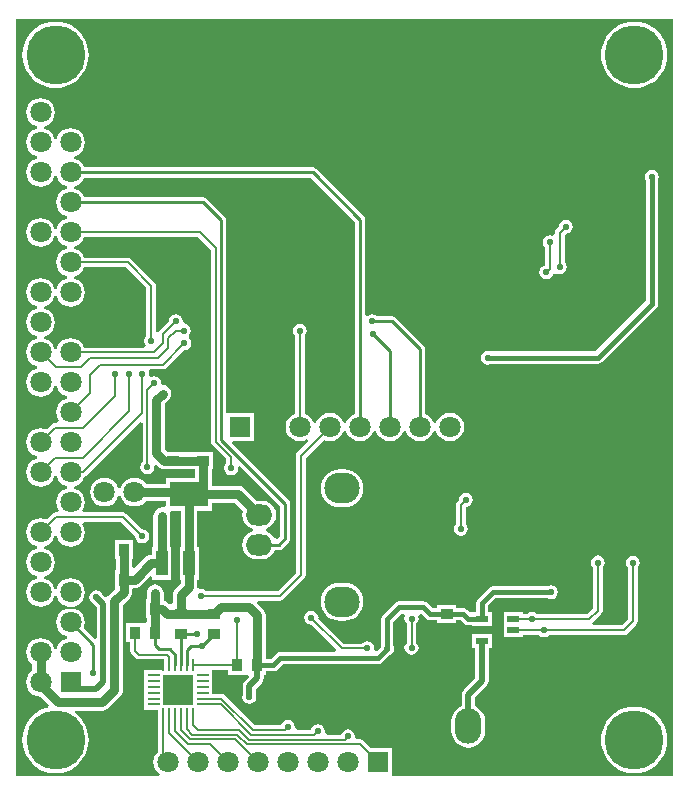
<source format=gbl>
G04*
G04 #@! TF.GenerationSoftware,Altium Limited,CircuitStudio,1.5.2 (30)*
G04*
G04 Layer_Physical_Order=2*
G04 Layer_Color=12500520*
%FSLAX25Y25*%
%MOIN*%
G70*
G01*
G75*
%ADD10R,0.03543X0.03937*%
%ADD17R,0.03937X0.03543*%
%ADD19C,0.00787*%
%ADD20C,0.01000*%
%ADD21C,0.00800*%
%ADD22C,0.00787*%
%ADD23C,0.03150*%
%ADD24C,0.01600*%
%ADD25C,0.02000*%
%ADD27C,0.07087*%
%ADD28R,0.07087X0.07087*%
%ADD29O,0.08858X0.07087*%
%ADD30O,0.11811X0.10236*%
%ADD31C,0.19685*%
%ADD32O,0.08858X0.11811*%
%ADD33R,0.07087X0.07087*%
%ADD34C,0.02200*%
%ADD35R,0.09843X0.09843*%
%ADD36R,0.00984X0.04134*%
%ADD37R,0.04134X0.00984*%
%ADD38R,0.04134X0.02362*%
%ADD39R,0.12795X0.08465*%
%ADD40R,0.03937X0.08465*%
G36*
X358503Y139529D02*
X264743D01*
Y148995D01*
X257564D01*
X255287Y151272D01*
X254758Y151625D01*
X254134Y151750D01*
X252968D01*
X252312Y152550D01*
X252345Y152717D01*
X252167Y153614D01*
X251658Y154375D01*
X250897Y154883D01*
X250000Y155062D01*
X249103Y154883D01*
X248342Y154375D01*
X247833Y153614D01*
X247778Y153337D01*
X242938D01*
X242291Y154137D01*
X242345Y154409D01*
X242167Y155307D01*
X241658Y156068D01*
X240897Y156576D01*
X240000Y156755D01*
X239103Y156576D01*
X238342Y156068D01*
X237833Y155307D01*
X237757Y154923D01*
X232946D01*
X232293Y155724D01*
X232345Y155984D01*
X232167Y156882D01*
X231658Y157642D01*
X230897Y158151D01*
X230000Y158329D01*
X229103Y158151D01*
X228342Y157642D01*
X227833Y156882D01*
X227760Y156510D01*
X219026D01*
X209021Y166516D01*
X208491Y166869D01*
X207867Y166994D01*
X204846D01*
Y167054D01*
Y167607D01*
Y169576D01*
Y171544D01*
Y174853D01*
X210091D01*
Y173316D01*
X216035D01*
Y173316D01*
X216784D01*
X216942Y172516D01*
X215579Y171153D01*
X215093Y170425D01*
X214922Y169567D01*
Y166457D01*
X214820Y165945D01*
X214999Y165048D01*
X215507Y164287D01*
X216268Y163778D01*
X217165Y163600D01*
X218063Y163778D01*
X218824Y164287D01*
X219332Y165048D01*
X219510Y165945D01*
X219408Y166457D01*
Y168638D01*
X221342Y170571D01*
X221828Y171299D01*
X221999Y172158D01*
Y173316D01*
X222728D01*
Y174445D01*
X225106D01*
X225887Y174600D01*
X226548Y175042D01*
X228325Y176819D01*
X260000D01*
X260780Y176974D01*
X261442Y177416D01*
X263822Y179797D01*
X264047Y179841D01*
X264808Y180350D01*
X265316Y181110D01*
X265495Y182008D01*
X265316Y182905D01*
X265189Y183096D01*
Y190888D01*
X267901Y193599D01*
X268559Y193535D01*
X269031Y192827D01*
X268875Y192047D01*
X269054Y191150D01*
X269562Y190389D01*
X269596Y190367D01*
Y184043D01*
X269562Y184020D01*
X269054Y183260D01*
X268875Y182362D01*
X269054Y181465D01*
X269562Y180704D01*
X270323Y180196D01*
X271220Y180017D01*
X272118Y180196D01*
X272879Y180704D01*
X273387Y181465D01*
X273566Y182362D01*
X273387Y183260D01*
X272879Y184020D01*
X272845Y184043D01*
Y190367D01*
X272879Y190389D01*
X273387Y191150D01*
X273566Y192047D01*
X273431Y192725D01*
X273910Y193434D01*
X273942Y193465D01*
X274533Y193528D01*
X275968Y192094D01*
X275968Y192094D01*
X276364Y191829D01*
X276629Y191651D01*
X277410Y191496D01*
X279832D01*
Y190564D01*
X286169D01*
Y191496D01*
X287588D01*
X288597Y190487D01*
X289259Y190045D01*
X290039Y189890D01*
X291516D01*
Y189548D01*
X298050D01*
Y194310D01*
X296823D01*
Y196419D01*
X299191Y198788D01*
X316589D01*
X316780Y198660D01*
X317677Y198482D01*
X318575Y198660D01*
X319335Y199169D01*
X319844Y199929D01*
X320022Y200827D01*
X319844Y201724D01*
X319335Y202485D01*
X318575Y202993D01*
X317677Y203172D01*
X316780Y202993D01*
X316589Y202866D01*
X298346D01*
X297566Y202711D01*
X296904Y202269D01*
X293341Y198706D01*
X292899Y198044D01*
X292744Y197264D01*
Y194310D01*
X291516D01*
Y194310D01*
X290717Y194136D01*
X289875Y194977D01*
X289213Y195419D01*
X288433Y195575D01*
X286169D01*
Y196507D01*
X279832D01*
Y195575D01*
X278254D01*
X276599Y197229D01*
X275938Y197671D01*
X275157Y197827D01*
X267205D01*
X266424Y197671D01*
X265763Y197229D01*
X261708Y193174D01*
X261266Y192513D01*
X261110Y191732D01*
Y183096D01*
X260983Y182905D01*
X260938Y182680D01*
X259589Y181331D01*
X258796Y181564D01*
X258724Y181697D01*
X258802Y182087D01*
X258623Y182984D01*
X258115Y183745D01*
X257354Y184253D01*
X256457Y184432D01*
X255559Y184253D01*
X254799Y183745D01*
X254776Y183712D01*
X248783D01*
X240211Y192284D01*
X240219Y192323D01*
X240041Y193220D01*
X239532Y193981D01*
X238771Y194489D01*
X237874Y194668D01*
X236977Y194489D01*
X236216Y193981D01*
X235707Y193220D01*
X235529Y192323D01*
X235707Y191425D01*
X236216Y190665D01*
X236977Y190156D01*
X237874Y189978D01*
X237913Y189986D01*
X246201Y181697D01*
X245870Y180897D01*
X227480D01*
X226700Y180742D01*
X226038Y180300D01*
X224262Y178523D01*
X222728D01*
Y179653D01*
X222555D01*
Y193236D01*
X222555Y193236D01*
X222470Y193876D01*
X222459Y193961D01*
X222377Y194158D01*
X222180Y194636D01*
X221735Y195215D01*
X219736Y197214D01*
X220067Y198014D01*
X227402D01*
X228026Y198138D01*
X228555Y198492D01*
X235524Y205461D01*
X235877Y205990D01*
X236001Y206614D01*
Y245585D01*
X242016Y251599D01*
X242777Y251284D01*
X244015Y251121D01*
X245253Y251284D01*
X246407Y251762D01*
X247398Y252522D01*
X248158Y253513D01*
X248599Y254576D01*
X248903Y254667D01*
X249127D01*
X249431Y254576D01*
X249872Y253513D01*
X250632Y252522D01*
X251623Y251762D01*
X252777Y251284D01*
X254015Y251121D01*
X255253Y251284D01*
X256407Y251762D01*
X257398Y252522D01*
X258158Y253513D01*
X258599Y254576D01*
X258903Y254667D01*
X259127D01*
X259431Y254576D01*
X259872Y253513D01*
X260632Y252522D01*
X261623Y251762D01*
X262777Y251284D01*
X264015Y251121D01*
X265253Y251284D01*
X266407Y251762D01*
X267398Y252522D01*
X268158Y253513D01*
X268599Y254576D01*
X268903Y254667D01*
X269127D01*
X269431Y254576D01*
X269872Y253513D01*
X270632Y252522D01*
X271623Y251762D01*
X272777Y251284D01*
X274015Y251121D01*
X275253Y251284D01*
X276407Y251762D01*
X277398Y252522D01*
X278158Y253513D01*
X278599Y254576D01*
X278903Y254667D01*
X279127D01*
X279431Y254576D01*
X279872Y253513D01*
X280632Y252522D01*
X281623Y251762D01*
X282777Y251284D01*
X284015Y251121D01*
X285253Y251284D01*
X286407Y251762D01*
X287398Y252522D01*
X288158Y253513D01*
X288636Y254667D01*
X288799Y255905D01*
X288636Y257143D01*
X288158Y258297D01*
X287398Y259288D01*
X286407Y260048D01*
X285253Y260526D01*
X284015Y260689D01*
X282777Y260526D01*
X281623Y260048D01*
X280632Y259288D01*
X279872Y258297D01*
X279431Y257234D01*
X279127Y257143D01*
X278903D01*
X278599Y257234D01*
X278158Y258297D01*
X277398Y259288D01*
X276407Y260048D01*
X275748Y260321D01*
Y281812D01*
X275616Y282475D01*
X275240Y283037D01*
X265950Y292328D01*
X265388Y292704D01*
X264724Y292836D01*
X259695D01*
X259047Y293269D01*
X258150Y293447D01*
X257252Y293269D01*
X256548Y292798D01*
X256256Y292864D01*
X255748Y293088D01*
Y325001D01*
X255748Y325001D01*
X255616Y325664D01*
X255241Y326226D01*
X239493Y341974D01*
X238931Y342349D01*
X238268Y342481D01*
X161975D01*
X161702Y343140D01*
X160942Y344131D01*
X159951Y344891D01*
X158888Y345332D01*
X158797Y345636D01*
Y345860D01*
X158888Y346164D01*
X159951Y346605D01*
X160942Y347365D01*
X161702Y348356D01*
X162180Y349510D01*
X162343Y350748D01*
X162180Y351986D01*
X161702Y353140D01*
X160942Y354131D01*
X159951Y354891D01*
X158797Y355369D01*
X157559Y355532D01*
X156321Y355369D01*
X155167Y354891D01*
X154176Y354131D01*
X153416Y353140D01*
X152975Y352077D01*
X152671Y351986D01*
X152447D01*
X152143Y352077D01*
X151702Y353140D01*
X150942Y354131D01*
X149951Y354891D01*
X148888Y355332D01*
X148797Y355636D01*
Y355860D01*
X148888Y356164D01*
X149951Y356605D01*
X150942Y357365D01*
X151702Y358356D01*
X152180Y359510D01*
X152343Y360748D01*
X152180Y361986D01*
X151702Y363140D01*
X150942Y364131D01*
X149951Y364891D01*
X148797Y365369D01*
X147559Y365532D01*
X146321Y365369D01*
X145167Y364891D01*
X144176Y364131D01*
X143416Y363140D01*
X142938Y361986D01*
X142775Y360748D01*
X142938Y359510D01*
X143416Y358356D01*
X144176Y357365D01*
X145167Y356605D01*
X146230Y356164D01*
X146321Y355860D01*
Y355636D01*
X146230Y355332D01*
X145167Y354891D01*
X144176Y354131D01*
X143416Y353140D01*
X142938Y351986D01*
X142775Y350748D01*
X142938Y349510D01*
X143416Y348356D01*
X144176Y347365D01*
X145167Y346605D01*
X146230Y346164D01*
X146321Y345860D01*
Y345636D01*
X146230Y345332D01*
X145167Y344891D01*
X144176Y344131D01*
X143416Y343140D01*
X142938Y341986D01*
X142775Y340748D01*
X142938Y339510D01*
X143416Y338356D01*
X144176Y337365D01*
X145167Y336605D01*
X146321Y336127D01*
X147559Y335964D01*
X148797Y336127D01*
X149951Y336605D01*
X150942Y337365D01*
X151702Y338356D01*
X152143Y339419D01*
X152447Y339510D01*
X152671D01*
X152975Y339419D01*
X153416Y338356D01*
X154176Y337365D01*
X155167Y336605D01*
X156230Y336164D01*
X156321Y335860D01*
Y335636D01*
X156230Y335332D01*
X155167Y334891D01*
X154176Y334131D01*
X153416Y333140D01*
X152938Y331986D01*
X152775Y330748D01*
X152938Y329510D01*
X153416Y328356D01*
X154176Y327365D01*
X155167Y326605D01*
X156230Y326164D01*
X156321Y325860D01*
Y325636D01*
X156230Y325332D01*
X155167Y324891D01*
X154176Y324131D01*
X153416Y323140D01*
X152975Y322077D01*
X152671Y321986D01*
X152447D01*
X152143Y322077D01*
X151702Y323140D01*
X150942Y324131D01*
X149951Y324891D01*
X148797Y325369D01*
X147559Y325532D01*
X146321Y325369D01*
X145167Y324891D01*
X144176Y324131D01*
X143416Y323140D01*
X142938Y321986D01*
X142775Y320748D01*
X142938Y319510D01*
X143416Y318356D01*
X144176Y317365D01*
X145167Y316605D01*
X146321Y316127D01*
X147559Y315964D01*
X148797Y316127D01*
X149951Y316605D01*
X150942Y317365D01*
X151702Y318356D01*
X152143Y319419D01*
X152447Y319510D01*
X152671D01*
X152975Y319419D01*
X153416Y318356D01*
X154176Y317365D01*
X155167Y316605D01*
X156230Y316164D01*
X156321Y315860D01*
Y315636D01*
X156230Y315332D01*
X155167Y314891D01*
X154176Y314131D01*
X153416Y313140D01*
X152938Y311986D01*
X152775Y310748D01*
X152938Y309510D01*
X153416Y308356D01*
X154176Y307365D01*
X155167Y306605D01*
X156230Y306164D01*
X156321Y305860D01*
Y305636D01*
X156230Y305332D01*
X155167Y304891D01*
X154176Y304131D01*
X153416Y303140D01*
X152975Y302077D01*
X152671Y301986D01*
X152447D01*
X152143Y302077D01*
X151702Y303140D01*
X150942Y304131D01*
X149951Y304891D01*
X148797Y305369D01*
X147559Y305532D01*
X146321Y305369D01*
X145167Y304891D01*
X144176Y304131D01*
X143416Y303140D01*
X142938Y301986D01*
X142775Y300748D01*
X142938Y299510D01*
X143416Y298356D01*
X144176Y297365D01*
X145167Y296605D01*
X146230Y296164D01*
X146321Y295860D01*
Y295636D01*
X146230Y295332D01*
X145167Y294891D01*
X144176Y294131D01*
X143416Y293140D01*
X142938Y291986D01*
X142775Y290748D01*
X142938Y289510D01*
X143416Y288356D01*
X144176Y287365D01*
X145167Y286605D01*
X146230Y286164D01*
X146321Y285860D01*
Y285636D01*
X146230Y285332D01*
X145167Y284891D01*
X144176Y284131D01*
X143416Y283140D01*
X142938Y281986D01*
X142775Y280748D01*
X142938Y279510D01*
X143416Y278356D01*
X144176Y277365D01*
X145167Y276605D01*
X146230Y276164D01*
X146321Y275860D01*
Y275636D01*
X146230Y275332D01*
X145167Y274891D01*
X144176Y274131D01*
X143416Y273140D01*
X142938Y271986D01*
X142775Y270748D01*
X142938Y269510D01*
X143416Y268356D01*
X144176Y267365D01*
X145167Y266605D01*
X146321Y266127D01*
X147559Y265964D01*
X148797Y266127D01*
X149951Y266605D01*
X150942Y267365D01*
X151702Y268356D01*
X152143Y269419D01*
X152447Y269510D01*
X152671D01*
X152975Y269419D01*
X153416Y268356D01*
X154176Y267365D01*
X155167Y266605D01*
X156230Y266164D01*
X156321Y265860D01*
Y265636D01*
X156230Y265332D01*
X155167Y264891D01*
X154176Y264131D01*
X153416Y263140D01*
X152938Y261986D01*
X152775Y260748D01*
X152938Y259510D01*
X153416Y258356D01*
X153582Y258140D01*
X153187Y257340D01*
X152520D01*
X151895Y257216D01*
X151366Y256862D01*
X149558Y255054D01*
X148797Y255369D01*
X147559Y255532D01*
X146321Y255369D01*
X145167Y254891D01*
X144176Y254131D01*
X143416Y253140D01*
X142938Y251986D01*
X142775Y250748D01*
X142938Y249510D01*
X143416Y248356D01*
X144176Y247365D01*
X145167Y246605D01*
X146230Y246164D01*
X146321Y245860D01*
Y245636D01*
X146230Y245332D01*
X145167Y244891D01*
X144176Y244131D01*
X143416Y243140D01*
X142938Y241986D01*
X142775Y240748D01*
X142938Y239510D01*
X143416Y238356D01*
X144176Y237365D01*
X145167Y236605D01*
X146321Y236127D01*
X147559Y235964D01*
X148797Y236127D01*
X149951Y236605D01*
X150942Y237365D01*
X151702Y238356D01*
X152143Y239419D01*
X152447Y239510D01*
X152671D01*
X152975Y239419D01*
X153416Y238356D01*
X154176Y237365D01*
X155167Y236605D01*
X156230Y236164D01*
X156321Y235860D01*
Y235636D01*
X156230Y235332D01*
X155167Y234891D01*
X154176Y234131D01*
X153416Y233140D01*
X152938Y231986D01*
X152775Y230748D01*
X152938Y229510D01*
X153416Y228356D01*
X153584Y228136D01*
X153231Y227419D01*
X152599D01*
X152598Y227419D01*
X151974Y227295D01*
X151445Y226941D01*
X149558Y225054D01*
X148797Y225369D01*
X147559Y225532D01*
X146321Y225369D01*
X145167Y224891D01*
X144176Y224131D01*
X143416Y223140D01*
X142938Y221986D01*
X142775Y220748D01*
X142938Y219510D01*
X143416Y218356D01*
X144176Y217365D01*
X145167Y216605D01*
X146230Y216164D01*
X146321Y215860D01*
Y215636D01*
X146230Y215332D01*
X145167Y214891D01*
X144176Y214131D01*
X143416Y213140D01*
X142938Y211986D01*
X142775Y210748D01*
X142938Y209510D01*
X143416Y208356D01*
X144176Y207365D01*
X145167Y206605D01*
X146230Y206164D01*
X146321Y205860D01*
Y205636D01*
X146230Y205332D01*
X145167Y204891D01*
X144176Y204131D01*
X143416Y203140D01*
X142938Y201986D01*
X142775Y200748D01*
X142938Y199510D01*
X143416Y198356D01*
X144176Y197365D01*
X145167Y196605D01*
X146321Y196127D01*
X147559Y195964D01*
X148797Y196127D01*
X149951Y196605D01*
X150942Y197365D01*
X151702Y198356D01*
X152143Y199419D01*
X152447Y199510D01*
X152671D01*
X152975Y199419D01*
X153416Y198356D01*
X154176Y197365D01*
X155167Y196605D01*
X156230Y196164D01*
X156321Y195860D01*
Y195636D01*
X156230Y195332D01*
X155167Y194891D01*
X154176Y194131D01*
X153416Y193140D01*
X152938Y191986D01*
X152775Y190748D01*
X152938Y189510D01*
X153416Y188356D01*
X154176Y187365D01*
X155167Y186605D01*
X156230Y186164D01*
X156321Y185860D01*
Y185636D01*
X156230Y185332D01*
X155167Y184891D01*
X154176Y184131D01*
X153416Y183140D01*
X152975Y182077D01*
X152671Y181986D01*
X152447D01*
X152143Y182077D01*
X151702Y183140D01*
X150942Y184131D01*
X149951Y184891D01*
X148797Y185369D01*
X147559Y185532D01*
X146321Y185369D01*
X145167Y184891D01*
X144176Y184131D01*
X143416Y183140D01*
X142938Y181986D01*
X142775Y180748D01*
X142938Y179510D01*
X143416Y178356D01*
X144176Y177365D01*
X144760Y176917D01*
Y174579D01*
X144176Y174131D01*
X143416Y173140D01*
X142938Y171986D01*
X142775Y170748D01*
X142938Y169510D01*
X143416Y168356D01*
X144176Y167365D01*
X145167Y166605D01*
X146321Y166127D01*
X147559Y165964D01*
X147646Y165975D01*
X150388Y163233D01*
X150139Y162350D01*
X149136Y162109D01*
X147530Y161444D01*
X146048Y160536D01*
X144727Y159407D01*
X143598Y158086D01*
X142690Y156604D01*
X142025Y154998D01*
X141619Y153308D01*
X141482Y151575D01*
X141619Y149842D01*
X142025Y148152D01*
X142690Y146546D01*
X143598Y145064D01*
X144727Y143742D01*
X146048Y142614D01*
X147530Y141705D01*
X149136Y141040D01*
X150826Y140635D01*
X152559Y140498D01*
X154292Y140635D01*
X155982Y141040D01*
X157588Y141705D01*
X159070Y142614D01*
X160391Y143742D01*
X161520Y145064D01*
X162428Y146546D01*
X163094Y148152D01*
X163499Y149842D01*
X163636Y151575D01*
X163499Y153308D01*
X163094Y154998D01*
X162428Y156604D01*
X161520Y158086D01*
X160391Y159407D01*
X159070Y160536D01*
X158958Y160605D01*
X159175Y161374D01*
X168189D01*
X168913Y161470D01*
X169588Y161749D01*
X170168Y162194D01*
X174184Y166210D01*
X174628Y166790D01*
X174908Y167465D01*
X175004Y168189D01*
Y196636D01*
X177389Y199021D01*
X177833Y199601D01*
X178113Y200276D01*
X178208Y201000D01*
Y201784D01*
X178381D01*
Y202154D01*
X178969D01*
X179693Y202249D01*
X180368Y202529D01*
X180947Y202974D01*
X184100Y206126D01*
X184839Y205820D01*
Y205005D01*
X191176D01*
Y215869D01*
X190807D01*
Y226159D01*
X190830Y226339D01*
X190735Y227063D01*
X190663Y227236D01*
X191198Y228036D01*
X194264D01*
Y215869D01*
X193895D01*
Y205005D01*
X194264D01*
Y203734D01*
X192430Y201900D01*
X191986Y201321D01*
X191706Y200646D01*
X191611Y199921D01*
Y197222D01*
X190831Y196778D01*
X190543Y196879D01*
X190129Y197294D01*
X189549Y197739D01*
X188874Y198018D01*
X188727Y198038D01*
Y198484D01*
X188555D01*
Y200591D01*
X188459Y201315D01*
X188180Y201990D01*
X187735Y202570D01*
X187155Y203014D01*
X186480Y203294D01*
X185756Y203389D01*
X185748D01*
X185024Y203294D01*
X184349Y203014D01*
X183769Y202570D01*
X183324Y201990D01*
X183045Y201315D01*
X182949Y200591D01*
X182957Y200531D01*
Y198484D01*
X182784D01*
Y192147D01*
X182957D01*
Y191212D01*
X182784Y190483D01*
X182035D01*
Y190483D01*
X176091D01*
Y184146D01*
X177432D01*
Y181252D01*
X177556Y180628D01*
X177909Y180098D01*
X179122Y178886D01*
X179651Y178532D01*
X180276Y178408D01*
X180276Y178408D01*
X188765D01*
Y175622D01*
X188507Y174928D01*
X181973D01*
Y171544D01*
Y169576D01*
Y167607D01*
Y165639D01*
Y163670D01*
Y161702D01*
X186796D01*
Y156879D01*
X186857D01*
Y147819D01*
X186617Y147635D01*
X185857Y146644D01*
X185379Y145490D01*
X185216Y144252D01*
X185379Y143014D01*
X185857Y141860D01*
X186617Y140869D01*
X187321Y140329D01*
X187050Y139529D01*
X139529D01*
Y391968D01*
X358503D01*
Y139529D01*
D02*
G37*
G36*
X252282Y324283D02*
Y260321D01*
X251623Y260048D01*
X250632Y259288D01*
X249872Y258297D01*
X249431Y257234D01*
X249127Y257143D01*
X248903D01*
X248599Y257234D01*
X248158Y258297D01*
X247398Y259288D01*
X246407Y260048D01*
X245253Y260526D01*
X244015Y260689D01*
X242777Y260526D01*
X241623Y260048D01*
X240632Y259288D01*
X239872Y258297D01*
X239431Y257234D01*
X239127Y257143D01*
X238903D01*
X238599Y257234D01*
X238158Y258297D01*
X237398Y259288D01*
X236407Y260048D01*
X235640Y260366D01*
Y286350D01*
X235674Y286373D01*
X236182Y287134D01*
X236361Y288032D01*
X236182Y288929D01*
X235674Y289690D01*
X234913Y290198D01*
X234016Y290377D01*
X233118Y290198D01*
X232358Y289690D01*
X231849Y288929D01*
X231671Y288032D01*
X231849Y287134D01*
X232358Y286373D01*
X232390Y286352D01*
Y260366D01*
X231623Y260048D01*
X230632Y259288D01*
X229872Y258297D01*
X229394Y257143D01*
X229231Y255905D01*
X229394Y254667D01*
X229872Y253513D01*
X230632Y252522D01*
X231623Y251762D01*
X232777Y251284D01*
X234015Y251121D01*
X235253Y251284D01*
X236407Y251762D01*
X236520Y251848D01*
X237048Y251245D01*
X233217Y247414D01*
X232863Y246884D01*
X232739Y246260D01*
Y207290D01*
X226726Y201277D01*
X202857D01*
X202839Y201304D01*
X202079Y201812D01*
X201181Y201991D01*
X200576Y201870D01*
X199951Y202323D01*
X199849Y202479D01*
X199862Y202575D01*
Y205005D01*
X200232D01*
Y215869D01*
X199862D01*
Y228036D01*
X204661D01*
Y230670D01*
X212380D01*
X215056Y227993D01*
X214965Y227774D01*
X214802Y226535D01*
X214965Y225297D01*
X215443Y224143D01*
X216204Y223152D01*
X217195Y222392D01*
X218258Y221952D01*
X218348Y221648D01*
Y221423D01*
X218258Y221119D01*
X217195Y220679D01*
X216204Y219918D01*
X215443Y218928D01*
X214965Y217774D01*
X214802Y216535D01*
X214965Y215297D01*
X215443Y214143D01*
X216204Y213153D01*
X217195Y212392D01*
X218348Y211914D01*
X219587Y211751D01*
X221358D01*
X222597Y211914D01*
X223750Y212392D01*
X224741Y213153D01*
X225501Y214143D01*
X225774Y214802D01*
X226890D01*
X227553Y214934D01*
X228115Y215310D01*
X230320Y217514D01*
X230696Y218077D01*
X230828Y218740D01*
Y230315D01*
X230696Y230978D01*
X230320Y231541D01*
X211438Y250423D01*
X211744Y251162D01*
X218758D01*
Y260648D01*
X209450D01*
Y324764D01*
X209318Y325427D01*
X208942Y325989D01*
X202958Y331974D01*
X202396Y332349D01*
X201732Y332481D01*
X161975D01*
X161702Y333140D01*
X160942Y334131D01*
X159951Y334891D01*
X158888Y335332D01*
X158797Y335636D01*
Y335860D01*
X158888Y336164D01*
X159951Y336605D01*
X160942Y337365D01*
X161702Y338356D01*
X161975Y339015D01*
X237550D01*
X252282Y324283D01*
D02*
G37*
G36*
X198312Y171544D02*
Y169576D01*
Y167607D01*
Y165639D01*
Y163670D01*
Y163413D01*
X188507D01*
Y163670D01*
Y165639D01*
Y167607D01*
Y169576D01*
Y171544D01*
Y172524D01*
X188765Y173217D01*
X198312D01*
Y171544D01*
D02*
G37*
G36*
X181558Y257379D02*
Y244157D01*
X181531Y244139D01*
X181022Y243378D01*
X180844Y242480D01*
X181022Y241583D01*
X181531Y240822D01*
X182292Y240314D01*
X183189Y240135D01*
X184086Y240314D01*
X184847Y240822D01*
X185355Y241583D01*
X185534Y242480D01*
X185474Y242783D01*
X186211Y243177D01*
X186659Y242730D01*
X187238Y242285D01*
X187913Y242005D01*
X188635Y241910D01*
Y241737D01*
X194972D01*
Y241910D01*
X198635D01*
Y241737D01*
X199004D01*
Y238901D01*
X189465D01*
Y236972D01*
X182689D01*
X182241Y237556D01*
X181250Y238316D01*
X180096Y238794D01*
X178858Y238958D01*
X177620Y238794D01*
X176466Y238316D01*
X175475Y237556D01*
X174715Y236565D01*
X174275Y235502D01*
X173970Y235412D01*
X173746D01*
X173442Y235502D01*
X173002Y236565D01*
X172241Y237556D01*
X171250Y238316D01*
X170097Y238794D01*
X168858Y238958D01*
X167620Y238794D01*
X166466Y238316D01*
X165475Y237556D01*
X164715Y236565D01*
X164237Y235412D01*
X164074Y234173D01*
X164237Y232935D01*
X164715Y231781D01*
X165475Y230790D01*
X166466Y230030D01*
X167620Y229552D01*
X168858Y229389D01*
X170097Y229552D01*
X171250Y230030D01*
X172241Y230790D01*
X173002Y231781D01*
X173442Y232845D01*
X173746Y232935D01*
X173970D01*
X174275Y232845D01*
X174715Y231781D01*
X175475Y230790D01*
X176466Y230030D01*
X177620Y229552D01*
X178858Y229389D01*
X180096Y229552D01*
X181250Y230030D01*
X182241Y230790D01*
X182689Y231375D01*
X189465D01*
Y229614D01*
X188817Y229091D01*
X188665Y229054D01*
X188031Y229137D01*
X187307Y229042D01*
X186632Y228762D01*
X186053Y228318D01*
X186029Y228294D01*
X185584Y227714D01*
X185304Y227039D01*
X185209Y226315D01*
Y215869D01*
X184839D01*
Y213236D01*
X184453D01*
X183728Y213140D01*
X183053Y212861D01*
X182474Y212416D01*
X178947Y208890D01*
X178208Y209196D01*
Y211784D01*
X178381D01*
Y218121D01*
X172438D01*
Y211784D01*
X172611D01*
Y208121D01*
X172438D01*
Y201986D01*
X170226Y199774D01*
X170043Y199536D01*
X169066Y199382D01*
X168130Y200318D01*
X167839Y200753D01*
X167078Y201261D01*
X166181Y201440D01*
X165284Y201261D01*
X164523Y200753D01*
X164015Y199992D01*
X163836Y199094D01*
X164015Y198197D01*
X164523Y197436D01*
X164957Y197146D01*
X166261Y195843D01*
Y185543D01*
X165522Y185237D01*
X161907Y188851D01*
X162180Y189510D01*
X162343Y190748D01*
X162180Y191986D01*
X161702Y193140D01*
X160942Y194131D01*
X159951Y194891D01*
X158888Y195332D01*
X158797Y195636D01*
Y195860D01*
X158888Y196164D01*
X159951Y196605D01*
X160942Y197365D01*
X161702Y198356D01*
X162180Y199510D01*
X162343Y200748D01*
X162180Y201986D01*
X161702Y203140D01*
X160942Y204131D01*
X159951Y204891D01*
X158797Y205369D01*
X157559Y205532D01*
X156321Y205369D01*
X155167Y204891D01*
X154176Y204131D01*
X153416Y203140D01*
X152975Y202077D01*
X152671Y201986D01*
X152447D01*
X152143Y202077D01*
X151702Y203140D01*
X150942Y204131D01*
X149951Y204891D01*
X148888Y205332D01*
X148797Y205636D01*
Y205860D01*
X148888Y206164D01*
X149951Y206605D01*
X150942Y207365D01*
X151702Y208356D01*
X152180Y209510D01*
X152343Y210748D01*
X152180Y211986D01*
X151702Y213140D01*
X150942Y214131D01*
X149951Y214891D01*
X148888Y215332D01*
X148797Y215636D01*
Y215860D01*
X148888Y216164D01*
X149951Y216605D01*
X150942Y217365D01*
X151702Y218356D01*
X152143Y219419D01*
X152447Y219510D01*
X152671D01*
X152975Y219419D01*
X153416Y218356D01*
X154176Y217365D01*
X155167Y216605D01*
X156321Y216127D01*
X157559Y215964D01*
X158797Y216127D01*
X159951Y216605D01*
X160942Y217365D01*
X161702Y218356D01*
X162180Y219510D01*
X162343Y220748D01*
X162180Y221986D01*
X161702Y223140D01*
X161537Y223356D01*
X161931Y224156D01*
X174364D01*
X179079Y219441D01*
X179072Y219409D01*
X179251Y218512D01*
X179759Y217751D01*
X180520Y217243D01*
X181417Y217064D01*
X182315Y217243D01*
X183075Y217751D01*
X183584Y218512D01*
X183762Y219409D01*
X183584Y220307D01*
X183075Y221068D01*
X182315Y221576D01*
X181417Y221755D01*
X181386Y221748D01*
X176193Y226941D01*
X175664Y227295D01*
X175039Y227419D01*
X161888D01*
X161534Y228136D01*
X161702Y228356D01*
X162180Y229510D01*
X162343Y230748D01*
X162180Y231986D01*
X161702Y233140D01*
X160942Y234131D01*
X159951Y234891D01*
X158888Y235332D01*
X158797Y235636D01*
Y235860D01*
X158888Y236164D01*
X159951Y236605D01*
X160942Y237365D01*
X161702Y238356D01*
X162057Y239213D01*
X162199Y239241D01*
X162728Y239595D01*
X180818Y257685D01*
X181558Y257379D01*
D02*
G37*
G36*
X204411Y314748D02*
Y250997D01*
X204535Y250375D01*
X204887Y249848D01*
X209438Y245297D01*
Y243885D01*
X209405Y243863D01*
X208896Y243102D01*
X208718Y242205D01*
X208896Y241307D01*
X209405Y240546D01*
X210166Y240038D01*
X211063Y239860D01*
X211960Y240038D01*
X212721Y240546D01*
X213229Y241307D01*
X213408Y242205D01*
X213355Y242472D01*
X214092Y242866D01*
X227361Y229597D01*
Y219458D01*
X226503Y218600D01*
X225573Y218755D01*
X225501Y218928D01*
X224741Y219918D01*
X223750Y220679D01*
X222687Y221119D01*
X222597Y221423D01*
Y221648D01*
X222687Y221952D01*
X223750Y222392D01*
X224741Y223152D01*
X225501Y224143D01*
X225979Y225297D01*
X226143Y226535D01*
X225979Y227774D01*
X225501Y228927D01*
X224741Y229918D01*
X223750Y230679D01*
X222597Y231157D01*
X221358Y231320D01*
X219646D01*
X215518Y235448D01*
X214939Y235892D01*
X214264Y236172D01*
X213539Y236267D01*
X204661D01*
Y238901D01*
X204602D01*
Y241737D01*
X204972D01*
Y247680D01*
X198635D01*
Y247507D01*
X194972D01*
Y247680D01*
X189624D01*
X188901Y248403D01*
Y263644D01*
X190325Y265068D01*
X190770Y265648D01*
X191050Y266323D01*
X191145Y267047D01*
X191050Y267772D01*
X190770Y268447D01*
X190325Y269026D01*
X189746Y269471D01*
X189071Y269751D01*
X188481Y269828D01*
X188013Y270143D01*
X187778Y270394D01*
X187600Y271291D01*
X187091Y272052D01*
X186330Y272560D01*
X185433Y272739D01*
X184536Y272560D01*
X184477Y272521D01*
X183757Y273002D01*
X183841Y273425D01*
X183675Y274262D01*
X183689Y274447D01*
X184017Y275062D01*
X188268D01*
X188892Y275186D01*
X189421Y275539D01*
X195362Y281480D01*
X195394Y281474D01*
X196291Y281652D01*
X197052Y282161D01*
X197560Y282922D01*
X197739Y283819D01*
X197560Y284716D01*
X197058Y285468D01*
X196941Y285657D01*
Y286351D01*
X196973Y286373D01*
X197482Y287134D01*
X197660Y288032D01*
X197482Y288929D01*
X196973Y289690D01*
X196212Y290198D01*
X195641Y290312D01*
X194975Y291062D01*
X194983Y291102D01*
X194804Y292000D01*
X194296Y292761D01*
X193535Y293269D01*
X192638Y293447D01*
X191740Y293269D01*
X190980Y292761D01*
X190471Y292000D01*
X190293Y291102D01*
X190299Y291071D01*
X187218Y287990D01*
X186880Y287484D01*
X186817Y287470D01*
X186080Y287617D01*
Y302874D01*
X185956Y303498D01*
X185602Y304028D01*
X177728Y311902D01*
X177199Y312255D01*
X176575Y312379D01*
X162017D01*
X161702Y313140D01*
X160942Y314131D01*
X159951Y314891D01*
X158888Y315332D01*
X158797Y315636D01*
Y315860D01*
X158888Y316164D01*
X159951Y316605D01*
X160942Y317365D01*
X161702Y318356D01*
X162020Y319123D01*
X200036D01*
X204411Y314748D01*
D02*
G37*
G36*
X182817Y302198D02*
Y286164D01*
X182791Y286146D01*
X182282Y285386D01*
X182104Y284488D01*
X182282Y283591D01*
X182557Y283179D01*
X182135Y282379D01*
X162017D01*
X161702Y283140D01*
X160942Y284131D01*
X159951Y284891D01*
X158797Y285369D01*
X157559Y285532D01*
X156321Y285369D01*
X155167Y284891D01*
X154176Y284131D01*
X153416Y283140D01*
X152975Y282077D01*
X152671Y281986D01*
X152447D01*
X152143Y282077D01*
X151702Y283140D01*
X150942Y284131D01*
X149951Y284891D01*
X148888Y285332D01*
X148797Y285636D01*
Y285860D01*
X148888Y286164D01*
X149951Y286605D01*
X150942Y287365D01*
X151702Y288356D01*
X152180Y289510D01*
X152343Y290748D01*
X152180Y291986D01*
X151702Y293140D01*
X150942Y294131D01*
X149951Y294891D01*
X148888Y295332D01*
X148797Y295636D01*
Y295860D01*
X148888Y296164D01*
X149951Y296605D01*
X150942Y297365D01*
X151702Y298356D01*
X152143Y299419D01*
X152447Y299510D01*
X152671D01*
X152975Y299419D01*
X153416Y298356D01*
X154176Y297365D01*
X155167Y296605D01*
X156321Y296127D01*
X157559Y295964D01*
X158797Y296127D01*
X159951Y296605D01*
X160942Y297365D01*
X161702Y298356D01*
X162180Y299510D01*
X162343Y300748D01*
X162180Y301986D01*
X161702Y303140D01*
X160942Y304131D01*
X159951Y304891D01*
X158888Y305332D01*
X158797Y305636D01*
Y305860D01*
X158888Y306164D01*
X159951Y306605D01*
X160942Y307365D01*
X161702Y308356D01*
X162017Y309117D01*
X175899D01*
X182817Y302198D01*
D02*
G37*
%LPC*%
G36*
X248819Y203987D02*
X247244D01*
X246006Y203865D01*
X244815Y203503D01*
X243717Y202917D01*
X242755Y202127D01*
X241965Y201165D01*
X241379Y200067D01*
X241017Y198876D01*
X240895Y197638D01*
X241017Y196399D01*
X241379Y195208D01*
X241965Y194111D01*
X242755Y193149D01*
X243717Y192359D01*
X244815Y191772D01*
X246006Y191411D01*
X247244Y191289D01*
X248819D01*
X250058Y191411D01*
X251248Y191772D01*
X252346Y192359D01*
X253308Y193149D01*
X254098Y194111D01*
X254684Y195208D01*
X255046Y196399D01*
X255168Y197638D01*
X255046Y198876D01*
X254684Y200067D01*
X254098Y201165D01*
X253308Y202127D01*
X252346Y202917D01*
X251248Y203503D01*
X250058Y203865D01*
X248819Y203987D01*
D02*
G37*
G36*
X333307Y213054D02*
X332410Y212875D01*
X331649Y212367D01*
X331140Y211606D01*
X330962Y210709D01*
X331140Y209811D01*
X331649Y209050D01*
X331682Y209028D01*
Y195358D01*
X329878Y193554D01*
X312967D01*
X312918Y193627D01*
X312157Y194135D01*
X311260Y194314D01*
X310362Y194135D01*
X309602Y193627D01*
X309553Y193554D01*
X308484D01*
Y194310D01*
X301950D01*
Y189548D01*
Y185808D01*
X308484D01*
Y186564D01*
X313687D01*
X313736Y186491D01*
X314496Y185983D01*
X315394Y185804D01*
X316291Y185983D01*
X317052Y186491D01*
X317101Y186564D01*
X342126D01*
X342748Y186688D01*
X343275Y187040D01*
X346165Y189930D01*
X346517Y190457D01*
X346641Y191079D01*
Y209013D01*
X346674Y209035D01*
X347182Y209795D01*
X347361Y210693D01*
X347182Y211590D01*
X346674Y212351D01*
X345913Y212860D01*
X345016Y213038D01*
X344118Y212860D01*
X343357Y212351D01*
X342849Y211590D01*
X342671Y210693D01*
X342849Y209795D01*
X343357Y209035D01*
X343391Y209013D01*
Y191752D01*
X341453Y189814D01*
X331694D01*
X331451Y190614D01*
X331700Y190780D01*
X334456Y193536D01*
X334808Y194063D01*
X334932Y194685D01*
Y209028D01*
X334965Y209050D01*
X335474Y209811D01*
X335652Y210709D01*
X335474Y211606D01*
X334965Y212367D01*
X334205Y212875D01*
X333307Y213054D01*
D02*
G37*
G36*
X152559Y390998D02*
X150826Y390862D01*
X149136Y390456D01*
X147530Y389791D01*
X146048Y388882D01*
X144727Y387754D01*
X143598Y386432D01*
X142690Y384950D01*
X142025Y383344D01*
X141619Y381654D01*
X141482Y379921D01*
X141619Y378188D01*
X142025Y376498D01*
X142690Y374893D01*
X143598Y373411D01*
X144727Y372089D01*
X146048Y370960D01*
X147530Y370052D01*
X149136Y369387D01*
X150826Y368981D01*
X152559Y368845D01*
X154292Y368981D01*
X155982Y369387D01*
X157588Y370052D01*
X159070Y370960D01*
X160391Y372089D01*
X161520Y373411D01*
X162428Y374893D01*
X163094Y376498D01*
X163499Y378188D01*
X163636Y379921D01*
X163499Y381654D01*
X163094Y383344D01*
X162428Y384950D01*
X161520Y386432D01*
X160391Y387754D01*
X159070Y388882D01*
X157588Y389791D01*
X155982Y390456D01*
X154292Y390862D01*
X152559Y390998D01*
D02*
G37*
G36*
X345472Y162652D02*
X343740Y162515D01*
X342050Y162109D01*
X340444Y161444D01*
X338962Y160536D01*
X337640Y159407D01*
X336511Y158086D01*
X335603Y156604D01*
X334938Y154998D01*
X334532Y153308D01*
X334396Y151575D01*
X334532Y149842D01*
X334938Y148152D01*
X335603Y146546D01*
X336511Y145064D01*
X337640Y143743D01*
X338962Y142614D01*
X340444Y141706D01*
X342050Y141040D01*
X343740Y140635D01*
X345472Y140498D01*
X347205Y140635D01*
X348895Y141040D01*
X350501Y141706D01*
X351983Y142614D01*
X353305Y143743D01*
X354434Y145064D01*
X355342Y146546D01*
X356007Y148152D01*
X356413Y149842D01*
X356549Y151575D01*
X356413Y153308D01*
X356007Y154998D01*
X355342Y156604D01*
X354434Y158086D01*
X353305Y159407D01*
X351983Y160536D01*
X350501Y161444D01*
X348895Y162109D01*
X347205Y162515D01*
X345472Y162652D01*
D02*
G37*
G36*
X298050Y186830D02*
X291516D01*
Y182068D01*
X292540D01*
Y172209D01*
X288571Y168240D01*
X288085Y167512D01*
X287914Y166654D01*
Y162829D01*
X287319Y162582D01*
X286143Y161680D01*
X285241Y160504D01*
X284673Y159135D01*
X284480Y157665D01*
Y154713D01*
X284673Y153243D01*
X285241Y151874D01*
X286143Y150698D01*
X287319Y149796D01*
X288688Y149228D01*
X290158Y149035D01*
X291627Y149228D01*
X292996Y149796D01*
X294172Y150698D01*
X295075Y151874D01*
X295642Y153243D01*
X295835Y154713D01*
Y157665D01*
X295642Y159135D01*
X295075Y160504D01*
X294172Y161680D01*
X292996Y162582D01*
X292401Y162829D01*
Y165724D01*
X296370Y169693D01*
X296856Y170421D01*
X297027Y171280D01*
Y182068D01*
X298050D01*
Y186830D01*
D02*
G37*
G36*
X322598Y325022D02*
X321701Y324844D01*
X320940Y324335D01*
X320432Y323575D01*
X320253Y322677D01*
X320260Y322645D01*
X319437Y321823D01*
X319083Y321294D01*
X318959Y320669D01*
Y320050D01*
X318182Y319608D01*
X318159Y319612D01*
X317284Y319786D01*
X316386Y319607D01*
X315625Y319099D01*
X315117Y318338D01*
X314938Y317441D01*
X315117Y316544D01*
X315625Y315783D01*
X315652Y315765D01*
Y309720D01*
X315284Y309647D01*
X314523Y309138D01*
X314015Y308378D01*
X313836Y307480D01*
X314015Y306583D01*
X314523Y305822D01*
X315284Y305314D01*
X316181Y305135D01*
X317078Y305314D01*
X317839Y305822D01*
X318348Y306583D01*
X318427Y306981D01*
X319303Y307303D01*
X319313Y307300D01*
X319693Y307046D01*
X320590Y306868D01*
X321488Y307046D01*
X322249Y307554D01*
X322757Y308315D01*
X322936Y309213D01*
X322757Y310110D01*
X322249Y310871D01*
X322222Y310889D01*
Y319680D01*
X322598Y320332D01*
X323496Y320511D01*
X324257Y321019D01*
X324765Y321780D01*
X324943Y322677D01*
X324765Y323575D01*
X324257Y324335D01*
X323496Y324844D01*
X322598Y325022D01*
D02*
G37*
G36*
X351378Y341636D02*
X350481Y341458D01*
X349720Y340950D01*
X349211Y340189D01*
X349033Y339291D01*
X349211Y338394D01*
X349339Y338203D01*
Y297892D01*
X332502Y281055D01*
X297742D01*
X297551Y281182D01*
X296654Y281361D01*
X295756Y281182D01*
X294995Y280674D01*
X294487Y279913D01*
X294308Y279016D01*
X294487Y278118D01*
X294995Y277358D01*
X295756Y276849D01*
X296654Y276671D01*
X297551Y276849D01*
X297742Y276977D01*
X333347D01*
X334127Y277132D01*
X334788Y277574D01*
X352820Y295605D01*
X353262Y296267D01*
X353417Y297047D01*
Y338203D01*
X353544Y338394D01*
X353723Y339291D01*
X353544Y340189D01*
X353036Y340950D01*
X352275Y341458D01*
X351378Y341636D01*
D02*
G37*
G36*
X345472Y390998D02*
X343740Y390862D01*
X342050Y390456D01*
X340444Y389791D01*
X338962Y388882D01*
X337640Y387754D01*
X336511Y386432D01*
X335603Y384950D01*
X334938Y383344D01*
X334532Y381654D01*
X334396Y379921D01*
X334532Y378188D01*
X334938Y376498D01*
X335603Y374892D01*
X336511Y373411D01*
X337640Y372089D01*
X338962Y370960D01*
X340444Y370052D01*
X342050Y369387D01*
X343740Y368981D01*
X345472Y368845D01*
X347205Y368981D01*
X348895Y369387D01*
X350501Y370052D01*
X351983Y370960D01*
X353305Y372089D01*
X354434Y373411D01*
X355342Y374892D01*
X356007Y376498D01*
X356413Y378188D01*
X356549Y379921D01*
X356413Y381654D01*
X356007Y383344D01*
X355342Y384950D01*
X354434Y386432D01*
X353305Y387754D01*
X351983Y388882D01*
X350501Y389791D01*
X348895Y390456D01*
X347205Y390862D01*
X345472Y390998D01*
D02*
G37*
G36*
X289370Y234038D02*
X288473Y233859D01*
X287712Y233351D01*
X287204Y232590D01*
X287025Y231693D01*
X287033Y231654D01*
X286567Y231188D01*
X286215Y230661D01*
X286092Y230039D01*
Y223688D01*
X286058Y223666D01*
X285550Y222905D01*
X285371Y222008D01*
X285550Y221110D01*
X286058Y220350D01*
X286819Y219841D01*
X287717Y219663D01*
X288614Y219841D01*
X289375Y220350D01*
X289883Y221110D01*
X290062Y222008D01*
X289883Y222905D01*
X289375Y223666D01*
X289341Y223688D01*
Y229324D01*
X289370Y229348D01*
X290267Y229526D01*
X291028Y230035D01*
X291537Y230796D01*
X291715Y231693D01*
X291537Y232590D01*
X291028Y233351D01*
X290267Y233859D01*
X289370Y234038D01*
D02*
G37*
G36*
X248819Y241782D02*
X247244D01*
X246006Y241660D01*
X244815Y241299D01*
X243717Y240712D01*
X242755Y239922D01*
X241965Y238960D01*
X241379Y237863D01*
X241017Y236672D01*
X240895Y235433D01*
X241017Y234194D01*
X241379Y233003D01*
X241965Y231906D01*
X242755Y230944D01*
X243717Y230154D01*
X244815Y229568D01*
X246006Y229206D01*
X247244Y229084D01*
X248819D01*
X250058Y229206D01*
X251248Y229568D01*
X252346Y230154D01*
X253308Y230944D01*
X254098Y231906D01*
X254684Y233003D01*
X255046Y234194D01*
X255168Y235433D01*
X255046Y236672D01*
X254684Y237863D01*
X254098Y238960D01*
X253308Y239922D01*
X252346Y240712D01*
X251248Y241299D01*
X250058Y241660D01*
X248819Y241782D01*
D02*
G37*
%LPD*%
D10*
X179063Y187315D02*
D03*
X185756D02*
D03*
X213063Y176484D02*
D03*
X219756D02*
D03*
X168717Y204953D02*
D03*
X175409D02*
D03*
Y214953D02*
D03*
X168717D02*
D03*
X179063Y195315D02*
D03*
X185756D02*
D03*
D17*
X194409Y186969D02*
D03*
Y193661D02*
D03*
X205410Y186969D02*
D03*
Y193661D02*
D03*
X283000Y186843D02*
D03*
Y193535D02*
D03*
X191803Y251402D02*
D03*
Y244709D02*
D03*
X201803D02*
D03*
Y251402D02*
D03*
D19*
X164173Y278819D02*
X186600D01*
X190083Y282302D01*
Y285550D01*
X192564Y288032D01*
X195315D01*
X161102Y275748D02*
X164173Y278819D01*
X234015Y288031D02*
X234016Y288032D01*
X234015Y255905D02*
Y288031D01*
X206036Y250997D02*
Y315421D01*
X200709Y320748D02*
X206036Y315421D01*
X152559Y275748D02*
X161102D01*
X147559Y280748D02*
X152559Y275748D01*
X211063Y242205D02*
Y245970D01*
X206036Y250997D02*
X211063Y245970D01*
X157559Y320748D02*
X200709D01*
X248110Y182087D02*
X256457D01*
X237874Y192323D02*
X248110Y182087D01*
X271220Y182362D02*
Y192047D01*
X305217Y188189D02*
X342126D01*
X305217Y191929D02*
X330551D01*
X333307Y194685D02*
Y210709D01*
X330551Y191929D02*
X333307Y194685D01*
X345016Y191079D02*
Y210693D01*
X342126Y188189D02*
X345016Y191079D01*
X287717Y230039D02*
X289370Y231693D01*
X287717Y222008D02*
Y230039D01*
D20*
X258386Y286929D02*
X264015Y281300D01*
Y255905D02*
Y281300D01*
X207716Y251693D02*
Y324764D01*
X201732Y330748D02*
X207716Y324764D01*
X274015Y255905D02*
Y281812D01*
X264724Y291102D02*
X274015Y281812D01*
X258150Y291102D02*
X264724D01*
X254015Y255905D02*
Y325001D01*
X238268Y340748D02*
X254015Y325001D01*
X229095Y218740D02*
Y230315D01*
X226890Y216535D02*
X229095Y218740D01*
X207716Y251693D02*
X229095Y230315D01*
X220472Y216535D02*
X226890D01*
X157559Y330748D02*
X201732D01*
X157559Y340748D02*
X238268D01*
X165197Y173819D02*
Y183110D01*
X157559Y190748D02*
X165197Y183110D01*
X197835Y182874D02*
X201315D01*
X196362Y181402D02*
X197835Y182874D01*
X196362Y176484D02*
Y181402D01*
X201315Y182874D02*
X205410Y186969D01*
X194409D02*
X199606D01*
X194394Y176484D02*
Y186953D01*
X185756Y183063D02*
Y187315D01*
Y183063D02*
X187087Y181732D01*
X190669D01*
X192425Y179976D01*
Y176484D02*
Y179976D01*
D21*
X167480Y276693D02*
X188268D01*
X195394Y283819D01*
X157559Y280748D02*
X185250D01*
X188372Y283870D01*
Y286836D01*
X192638Y291102D01*
X234370Y246260D02*
X244015Y255905D01*
X234370Y206614D02*
Y246260D01*
X227402Y199646D02*
X234370Y206614D01*
X201181Y199646D02*
X227402D01*
X175039Y225787D02*
X181417Y219409D01*
X152598Y225787D02*
X175039D01*
X183189Y242480D02*
Y268150D01*
X147559Y220748D02*
X152598Y225787D01*
X213063Y176484D02*
Y191693D01*
X183189Y268150D02*
X185433Y270394D01*
X184449Y284488D02*
Y302874D01*
X176575Y310748D02*
X184449Y302874D01*
X181496Y260669D02*
Y273425D01*
X161575Y240748D02*
X181496Y260669D01*
X157559Y240748D02*
X161575D01*
X172323Y273425D02*
X172362D01*
X164094Y273307D02*
X167480Y276693D01*
X316181Y307480D02*
X317284Y308583D01*
Y317441D01*
X320590Y320669D02*
X322598Y322677D01*
X320590Y309213D02*
Y320669D01*
X177165Y261260D02*
Y273425D01*
X161597Y245691D02*
X177165Y261260D01*
X152502Y245691D02*
X161597D01*
X147559Y240748D02*
X152502Y245691D01*
X172323Y266299D02*
Y273425D01*
X161732Y255709D02*
X172323Y266299D01*
X152520Y255709D02*
X161732D01*
X147559Y250748D02*
X152520Y255709D01*
X157559Y260748D02*
X164094Y267284D01*
Y273307D01*
X157559Y310748D02*
X176575D01*
X198331Y176484D02*
X213063D01*
X201579Y163394D02*
X207591D01*
X201579Y165362D02*
X207867D01*
X218350Y154879D01*
X228895D01*
X230000Y155984D01*
X217693Y153292D02*
X238883D01*
X217036Y151705D02*
X248989D01*
X216378Y150118D02*
X254134D01*
X207591Y163394D02*
X217693Y153292D01*
X213783Y154958D02*
X217036Y151705D01*
X213125Y153371D02*
X216378Y150118D01*
X238883Y153292D02*
X240000Y154409D01*
X199924Y154958D02*
X213783D01*
X248989Y151705D02*
X250000Y152717D01*
X212468Y151784D02*
X220000Y144252D01*
X197468Y151784D02*
X212468D01*
X198126Y153371D02*
X213125D01*
X198331Y156551D02*
X199924Y154958D01*
X198331Y156551D02*
Y160146D01*
X254134Y150118D02*
X260000Y144252D01*
X204055Y150197D02*
X210000Y144252D01*
X196693Y150197D02*
X204055D01*
X196362Y155134D02*
X198126Y153371D01*
X196362Y155134D02*
Y160146D01*
X194394Y154858D02*
X197468Y151784D01*
X194394Y154858D02*
Y160146D01*
X192425Y154465D02*
X196693Y150197D01*
X192425Y154465D02*
Y160146D01*
X190457Y153795D02*
X200000Y144252D01*
X190457Y153795D02*
Y160146D01*
X188488Y145764D02*
X190000Y144252D01*
X188488Y145764D02*
Y160146D01*
X179063Y181252D02*
Y187315D01*
Y181252D02*
X180276Y180039D01*
X189764D01*
X190457Y179347D01*
Y176484D02*
Y179347D01*
D22*
X163150Y199589D02*
X168513Y204953D01*
X163150Y198425D02*
Y199589D01*
X160409Y195685D02*
X163150Y198425D01*
X168513Y204953D02*
X168717D01*
X152496Y195685D02*
X160409D01*
X147559Y190748D02*
X152496Y195685D01*
D23*
X172205Y197795D02*
X175409Y201000D01*
X172205Y168189D02*
Y197795D01*
X168189Y164173D02*
X172205Y168189D01*
X186102Y247244D02*
Y264803D01*
X219756Y176484D02*
Y193236D01*
X217087Y195905D02*
X219756Y193236D01*
X207653Y195905D02*
X217087D01*
X205410Y193661D02*
X207653Y195905D01*
X188008Y226315D02*
X188031Y226339D01*
X186102Y264803D02*
X188347Y267047D01*
X186102Y247244D02*
X188638Y244709D01*
X191803D01*
X188008Y210437D02*
Y226315D01*
X213539Y233469D02*
X220472Y226535D01*
X198311Y233469D02*
X213539D01*
X197063D02*
X198311D01*
X201803Y236961D02*
Y244709D01*
X198311Y233469D02*
X201803Y236961D01*
X191803Y244709D02*
X201803D01*
X178858Y234173D02*
X196358D01*
X197063Y210437D02*
Y233469D01*
X153406Y164173D02*
X168189D01*
X185756Y195315D02*
Y200591D01*
X185748D02*
X185756D01*
X189803Y193661D02*
X194409D01*
X188150Y195315D02*
X189803Y193661D01*
X185756Y195315D02*
X188150D01*
X185756Y187315D02*
Y195315D01*
X194409Y193661D02*
X205410D01*
X194409D02*
Y199921D01*
X197063Y202575D01*
Y210437D01*
X175409Y201000D02*
Y204953D01*
X184453Y210437D02*
X188008D01*
X178969Y204953D02*
X184453Y210437D01*
X175409Y204953D02*
X178969D01*
X175409D02*
Y214953D01*
X147559Y170020D02*
X153406Y164173D01*
X147559Y170020D02*
Y170748D01*
Y180748D01*
D24*
X296654Y279016D02*
X333347D01*
X351378Y297047D01*
Y339291D01*
X227480Y178858D02*
X260000D01*
X263150Y182008D01*
X219756Y176484D02*
X225106D01*
X227480Y178858D01*
X263150Y182008D02*
Y191732D01*
X267205Y195787D01*
X275157D01*
X277410Y193535D01*
X283000D01*
X298346Y200827D02*
X317677D01*
X294783Y197264D02*
X298346Y200827D01*
X294783Y191929D02*
Y197264D01*
X283000Y193535D02*
X288433D01*
X290039Y191929D01*
X294783D01*
D25*
X166181Y199094D02*
X168504Y196772D01*
Y170984D02*
Y196772D01*
X166063Y168543D02*
X168504Y170984D01*
X219756Y172158D02*
Y176484D01*
X217165Y169567D02*
X219756Y172158D01*
X217165Y165945D02*
Y169567D01*
X290158Y156189D02*
Y166654D01*
X294783Y171280D01*
Y184449D01*
X159764Y168543D02*
X166063D01*
X157559Y170748D02*
X159764Y168543D01*
D27*
X147559Y360748D02*
D03*
Y350748D02*
D03*
Y340748D02*
D03*
Y330748D02*
D03*
Y320748D02*
D03*
Y310748D02*
D03*
X157559Y360748D02*
D03*
Y350748D02*
D03*
Y340748D02*
D03*
Y330748D02*
D03*
Y320748D02*
D03*
Y310748D02*
D03*
X147559Y300748D02*
D03*
X157559D02*
D03*
X147559Y290748D02*
D03*
Y280748D02*
D03*
Y270748D02*
D03*
Y260748D02*
D03*
Y250748D02*
D03*
Y240748D02*
D03*
X157559Y290748D02*
D03*
Y280748D02*
D03*
Y270748D02*
D03*
Y260748D02*
D03*
Y250748D02*
D03*
Y240748D02*
D03*
X147559Y230748D02*
D03*
X157559D02*
D03*
X147559Y220748D02*
D03*
Y210748D02*
D03*
Y200748D02*
D03*
Y190748D02*
D03*
Y180748D02*
D03*
X157559Y220748D02*
D03*
Y210748D02*
D03*
Y200748D02*
D03*
Y190748D02*
D03*
Y180748D02*
D03*
X147559Y170748D02*
D03*
X168858Y234173D02*
D03*
X178858D02*
D03*
X284015Y255905D02*
D03*
X274015D02*
D03*
X264015D02*
D03*
X224015D02*
D03*
X234015D02*
D03*
X244015D02*
D03*
X254015D02*
D03*
X190000Y144252D02*
D03*
X200000D02*
D03*
X210000D02*
D03*
X220000D02*
D03*
X230000D02*
D03*
X240000D02*
D03*
X250000D02*
D03*
D28*
X157559Y170748D02*
D03*
X214015Y255905D02*
D03*
D29*
X220472Y216535D02*
D03*
Y226535D02*
D03*
Y206535D02*
D03*
D30*
X248031Y235433D02*
D03*
Y197638D02*
D03*
D31*
X152559Y379921D02*
D03*
X345472Y379921D02*
D03*
Y151575D02*
D03*
X152559Y151575D02*
D03*
D32*
X290158Y156189D02*
D03*
X309842D02*
D03*
D33*
X260000Y144252D02*
D03*
D34*
X238189Y232283D02*
D03*
Y216535D02*
D03*
Y200787D02*
D03*
X175197Y155512D02*
D03*
Y143701D02*
D03*
X265748Y200787D02*
D03*
Y216535D02*
D03*
Y232283D02*
D03*
X238189Y161417D02*
D03*
X253937D02*
D03*
X269685D02*
D03*
X336614Y240158D02*
D03*
Y255906D02*
D03*
Y271654D02*
D03*
X348425Y240158D02*
D03*
Y255906D02*
D03*
Y271654D02*
D03*
X170079Y220866D02*
D03*
X212598Y299213D02*
D03*
X228346D02*
D03*
X244094D02*
D03*
X311024Y287402D02*
D03*
X295276D02*
D03*
X279528D02*
D03*
X311024Y299213D02*
D03*
X295276D02*
D03*
X279528D02*
D03*
X263779Y326772D02*
D03*
X279528D02*
D03*
X295276D02*
D03*
X283465Y342520D02*
D03*
X267717D02*
D03*
X251969D02*
D03*
X200787Y295276D02*
D03*
Y303150D02*
D03*
X192913D02*
D03*
X192638Y291102D02*
D03*
X193150Y220709D02*
D03*
X201181Y199646D02*
D03*
X181417Y219409D02*
D03*
X213063Y191693D02*
D03*
X188031Y226339D02*
D03*
X183189Y242480D02*
D03*
X185433Y270394D02*
D03*
X184449Y284488D02*
D03*
X296654Y279016D02*
D03*
X351378Y339291D02*
D03*
X172362Y273425D02*
D03*
X181496D02*
D03*
X316181Y307480D02*
D03*
X317284Y317441D02*
D03*
X322598Y322677D02*
D03*
X320590Y309213D02*
D03*
X177165Y273425D02*
D03*
X195394Y283819D02*
D03*
X258386Y286929D02*
D03*
X234016Y288032D02*
D03*
X195315D02*
D03*
X258150Y291102D02*
D03*
X211063Y242205D02*
D03*
X190260Y168315D02*
D03*
X193409D02*
D03*
X196559D02*
D03*
X256457Y182087D02*
D03*
X237874Y192323D02*
D03*
X217165Y165945D02*
D03*
X263150Y182008D02*
D03*
X230000Y155984D02*
D03*
X240000Y154409D02*
D03*
X250000Y152717D02*
D03*
X317677Y200827D02*
D03*
X271220Y192047D02*
D03*
Y182362D02*
D03*
X315394Y188150D02*
D03*
X311260Y191969D02*
D03*
X345016Y210693D02*
D03*
X333307Y210709D02*
D03*
X289370Y231693D02*
D03*
X287717Y222008D02*
D03*
X188347Y267047D02*
D03*
X166181Y199094D02*
D03*
X165197Y173819D02*
D03*
X201315Y182874D02*
D03*
X199606Y186969D02*
D03*
X185748Y200591D02*
D03*
X241811Y174787D02*
D03*
X339150Y196224D02*
D03*
Y199724D02*
D03*
Y203224D02*
D03*
D35*
X193409Y168315D02*
D03*
D36*
X198331Y176484D02*
D03*
X196362D02*
D03*
X194394D02*
D03*
X192425D02*
D03*
X190457D02*
D03*
X188488D02*
D03*
Y160146D02*
D03*
X190457D02*
D03*
X192425D02*
D03*
X194394D02*
D03*
X196362D02*
D03*
X198331D02*
D03*
D37*
X185240Y173236D02*
D03*
Y171268D02*
D03*
Y169299D02*
D03*
Y167331D02*
D03*
Y165362D02*
D03*
Y163394D02*
D03*
X201579D02*
D03*
Y165362D02*
D03*
Y167331D02*
D03*
Y169299D02*
D03*
Y171268D02*
D03*
Y173236D02*
D03*
D38*
X305217Y184449D02*
D03*
Y188189D02*
D03*
Y191929D02*
D03*
X294783D02*
D03*
Y188189D02*
D03*
Y184449D02*
D03*
D39*
X197063Y233469D02*
D03*
D40*
X188008Y210437D02*
D03*
X197063D02*
D03*
X206118D02*
D03*
M02*

</source>
